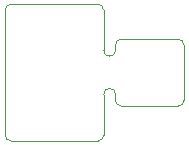
<source format=gbr>
%TF.GenerationSoftware,KiCad,Pcbnew,7.0.5*%
%TF.CreationDate,2024-12-14T15:20:15+01:00*%
%TF.ProjectId,Sensor Board,53656e73-6f72-4204-926f-6172642e6b69,rev?*%
%TF.SameCoordinates,Original*%
%TF.FileFunction,Profile,NP*%
%FSLAX46Y46*%
G04 Gerber Fmt 4.6, Leading zero omitted, Abs format (unit mm)*
G04 Created by KiCad (PCBNEW 7.0.5) date 2024-12-14 15:20:15*
%MOMM*%
%LPD*%
G01*
G04 APERTURE LIST*
%TA.AperFunction,Profile*%
%ADD10C,0.100000*%
%TD*%
G04 APERTURE END LIST*
D10*
X143270000Y-73331400D02*
G75*
G03*
X143770000Y-73831400I497500J-2500D01*
G01*
X143269999Y-72865000D02*
G75*
G03*
X142270001Y-72865000I-499999J55000D01*
G01*
X148565202Y-73831401D02*
G75*
G03*
X149065201Y-73331400I2598J497401D01*
G01*
X143770000Y-68143600D02*
G75*
G03*
X143270000Y-68643600I-2500J-497500D01*
G01*
X142270000Y-65699300D02*
X142270000Y-69110000D01*
X142270000Y-69110000D02*
G75*
G03*
X143270000Y-69110000I500000J0D01*
G01*
X149065202Y-68643600D02*
X149065202Y-73331400D01*
X142269999Y-65699300D02*
G75*
G03*
X141770000Y-65199301I-497399J2600D01*
G01*
X141770000Y-76775699D02*
G75*
G03*
X142269999Y-76275700I2600J497399D01*
G01*
X143270000Y-73331400D02*
X143270000Y-72865000D01*
X134424324Y-76775676D02*
X141770000Y-76775700D01*
X134424728Y-65199329D02*
G75*
G03*
X133924729Y-65699276I-2628J-497371D01*
G01*
X142270000Y-72865000D02*
X142270000Y-76275700D01*
X133924325Y-76275676D02*
G75*
G03*
X134424324Y-76775675I497375J-2624D01*
G01*
X143770000Y-73831400D02*
X148565202Y-73831400D01*
X134424728Y-65199276D02*
X141770000Y-65199300D01*
X143770000Y-68143600D02*
X148565202Y-68143600D01*
X133924728Y-65699276D02*
X133924324Y-76275676D01*
X149065199Y-68643600D02*
G75*
G03*
X148565202Y-68143601I-497399J2600D01*
G01*
X143270000Y-69110000D02*
X143270000Y-68643600D01*
M02*

</source>
